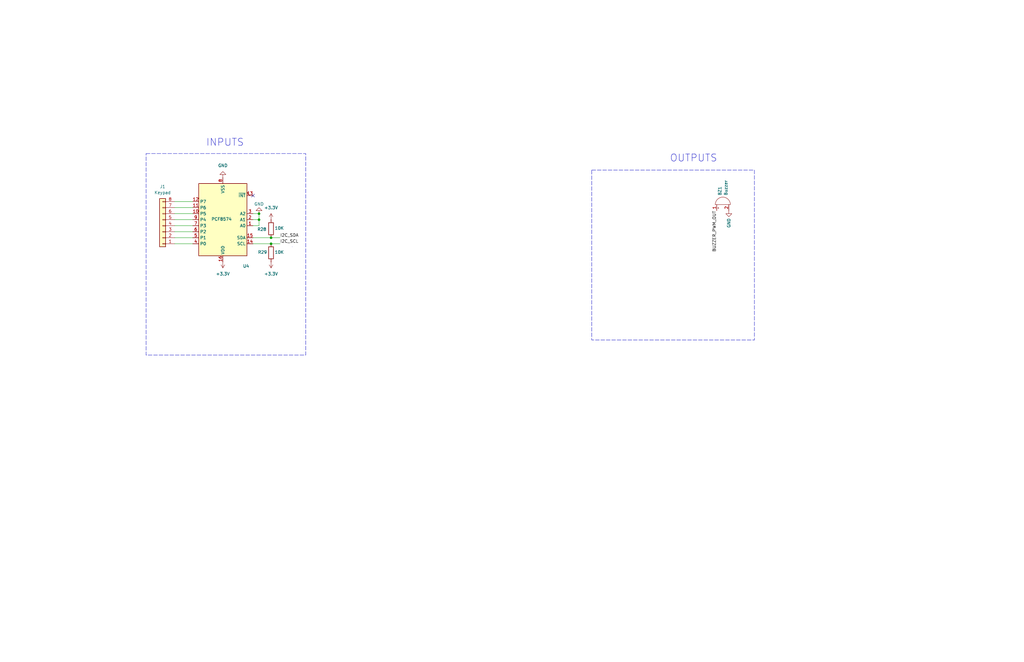
<source format=kicad_sch>
(kicad_sch (version 20231120) (generator "eeschema") (generator_version "8.0")
  (paper "B")
  (lib_symbols
    (symbol "Connector_Generic:Conn_01x08" (pin_names (offset 1.016) hide)
      (property "Reference" "J" (at 0 10.16 0))
      (property "Value" "Conn_01x08" (at 0 -12.7 0))
      (symbol "Conn_01x08_1_1"
        (rectangle (start -1.27 -10.033) (end 0 -10.287) (stroke (width 0.1524)))
        (rectangle (start -1.27 -7.493) (end 0 -7.747) (stroke (width 0.1524)))
        (rectangle (start -1.27 -4.953) (end 0 -5.207) (stroke (width 0.1524)))
        (rectangle (start -1.27 -2.413) (end 0 -2.667) (stroke (width 0.1524)))
        (rectangle (start -1.27 0.127) (end 0 -0.127) (stroke (width 0.1524)))
        (rectangle (start -1.27 2.667) (end 0 2.413) (stroke (width 0.1524)))
        (rectangle (start -1.27 5.207) (end 0 4.953) (stroke (width 0.1524)))
        (rectangle (start -1.27 7.747) (end 0 7.493) (stroke (width 0.1524)))
        (rectangle (start -1.27 8.89) (end 1.27 -11.43) (stroke (width 0.254)) (fill (type background)))
        (pin passive line (at -5.08 7.62 0) (length 3.81) (name "Pin_1") (number "1"))
        (pin passive line (at -5.08 5.08 0) (length 3.81) (name "Pin_2") (number "2"))
        (pin passive line (at -5.08 2.54 0) (length 3.81) (name "Pin_3") (number "3"))
        (pin passive line (at -5.08 0 0) (length 3.81) (name "Pin_4") (number "4"))
        (pin passive line (at -5.08 -2.54 0) (length 3.81) (name "Pin_5") (number "5"))
        (pin passive line (at -5.08 -5.08 0) (length 3.81) (name "Pin_6") (number "6"))
        (pin passive line (at -5.08 -7.62 0) (length 3.81) (name "Pin_7") (number "7"))
        (pin passive line (at -5.08 -10.16 0) (length 3.81) (name "Pin_8") (number "8"))
      )
    )
    (symbol "Device:Buzzer" (pin_names (offset 0.0254) hide)
      (property "Reference" "BZ" (at 3.81 1.27 0))
      (property "Value" "Buzzer" (at 3.81 -1.27 0))
      (symbol "Buzzer_0_1"
        (arc (start 0 -3.175) (mid 3.1612 0) (end 0 3.175))
        (polyline (pts (xy -1.651 1.905) (xy -1.143 1.905)))
        (polyline (pts (xy -1.397 2.159) (xy -1.397 1.651)))
        (polyline (pts (xy 0 3.175) (xy 0 -3.175)))
      )
      (symbol "Buzzer_1_1"
        (pin passive line (at -2.54 2.54 0) (length 2.54) (name "-") (number "1"))
        (pin passive line (at -2.54 -2.54 0) (length 2.54) (name "+") (number "2"))
      )
    )
    (symbol "Device:R" (pin_numbers hide) (pin_names (offset 0))
      (property "Reference" "R" (at 2.032 0 90))
      (property "Value" "R" (at 0 0 90))
      (symbol "R_0_1"
        (rectangle (start -1.016 -2.54) (end 1.016 2.54) (stroke (width 0.254)))
      )
      (symbol "R_1_1"
        (pin passive line (at 0 3.81 270) (length 1.27) (name "~") (number "1"))
        (pin passive line (at 0 -3.81 90) (length 1.27) (name "~") (number "2"))
      )
    )
    (symbol "GND_1" (power) (pin_numbers hide) (pin_names (offset 0) hide)
      (property "Value" "GND" (at 0 -3.81 0))
      (symbol "GND_1_0_1"
        (polyline (pts (xy 0 0) (xy 0 -1.27) (xy 1.27 -1.27) (xy 0 -2.54) (xy -1.27 -1.27) (xy 0 -1.27)))
      )
      (symbol "GND_1_1_1"
        (pin power_in line (at 0 0 270) (length 0) (name "~") (number "1"))
      )
    )
    (symbol "GND_2" (power) (pin_numbers hide) (pin_names (offset 0) hide)
      (property "Value" "GND" (at 0 -3.81 0))
      (symbol "GND_2_0_1"
        (polyline (pts (xy 0 0) (xy 0 -1.27) (xy 1.27 -1.27) (xy 0 -2.54) (xy -1.27 -1.27) (xy 0 -1.27)))
      )
      (symbol "GND_2_1_1"
        (pin power_in line (at 0 0 270) (length 0) (name "~") (number "1"))
      )
    )
    (symbol "Interface_Expansion:PCF8574"
      (property "Reference" "U" (at -8.89 16.51 0))
      (property "Value" "PCF8574" (at 2.54 16.51 0))
      (symbol "PCF8574_0_1"
        (rectangle (start -10.16 15.24) (end 10.16 -15.24) (stroke (width 0.254)) (fill (type background)))
      )
      (symbol "PCF8574_1_1"
        (pin input line (at -12.7 2.54 0) (length 2.54) (name "A0") (number "1"))
        (pin bidirectional line (at 12.7 -2.54 180) (length 2.54) (name "P5") (number "10"))
        (pin bidirectional line (at 12.7 -5.08 180) (length 2.54) (name "P6") (number "11"))
        (pin bidirectional line (at 12.7 -7.62 180) (length 2.54) (name "P7") (number "12"))
        (pin open_collector output_low (at -12.7 -10.16 0) (length 2.54) (name "~{INT}") (number "13"))
        (pin input line (at -12.7 10.16 0) (length 2.54) (name "SCL") (number "14"))
        (pin bidirectional line (at -12.7 7.62 0) (length 2.54) (name "SDA") (number "15"))
        (pin power_in line (at 0 17.78 270) (length 2.54) (name "VDD") (number "16"))
        (pin input line (at -12.7 0 0) (length 2.54) (name "A1") (number "2"))
        (pin input line (at -12.7 -2.54 0) (length 2.54) (name "A2") (number "3"))
        (pin bidirectional line (at 12.7 10.16 180) (length 2.54) (name "P0") (number "4"))
        (pin bidirectional line (at 12.7 7.62 180) (length 2.54) (name "P1") (number "5"))
        (pin bidirectional line (at 12.7 5.08 180) (length 2.54) (name "P2") (number "6"))
        (pin bidirectional line (at 12.7 2.54 180) (length 2.54) (name "P3") (number "7"))
        (pin power_in line (at 0 -17.78 90) (length 2.54) (name "VSS") (number "8"))
        (pin bidirectional line (at 12.7 0 180) (length 2.54) (name "P4") (number "9"))
      )
    )
    (symbol "power:+3.3V" (power) (pin_numbers hide) (pin_names (offset 0) hide)
      (property "Value" "+3.3V" (at 0 3.556 0))
      (symbol "+3.3V_0_1"
        (polyline (pts (xy -0.762 1.27) (xy 0 2.54)))
        (polyline (pts (xy 0 0) (xy 0 2.54)))
        (polyline (pts (xy 0 2.54) (xy 0.762 1.27)))
      )
      (symbol "+3.3V_1_1"
        (pin power_in line (at 0 0 90) (length 0) (name "~") (number "1"))
      )
    )
    (symbol "power:GND" (power) (pin_names (offset 0))
      (property "Value" "GND" (at 0 -3.81 0))
      (symbol "GND_0_1"
        (polyline (pts (xy 0 0) (xy 0 -1.27) (xy 1.27 -1.27) (xy 0 -2.54) (xy -1.27 -1.27) (xy 0 -1.27)))
      )
      (symbol "GND_1_1"
        (pin power_in line (at 0 0 270) (length 0) hide (name "GND") (number "1"))
      )
    )
  )
  (junction (at 114.3 100.33))
  (junction (at 109.22 90.17))
  (junction (at 109.22 92.71))
  (junction (at 114.3 102.87))
  (no_connect (at 106.68 82.55))
  (wire (pts (xy 73.66 100.33) (xy 81.28 100.33)))
  (wire (pts (xy 118.11 102.87) (xy 114.3 102.87)))
  (wire (pts (xy 109.22 92.71) (xy 109.22 90.17)))
  (wire (pts (xy 73.66 85.09) (xy 81.28 85.09)))
  (wire (pts (xy 73.66 90.17) (xy 81.28 90.17)))
  (wire (pts (xy 109.22 92.71) (xy 106.68 92.71)))
  (wire (pts (xy 73.66 95.25) (xy 81.28 95.25)))
  (wire (pts (xy 109.22 95.25) (xy 109.22 92.71)))
  (wire (pts (xy 106.68 102.87) (xy 114.3 102.87)))
  (wire (pts (xy 109.22 90.17) (xy 106.68 90.17)))
  (wire (pts (xy 73.66 92.71) (xy 81.28 92.71)))
  (wire (pts (xy 106.68 100.33) (xy 114.3 100.33)))
  (wire (pts (xy 73.66 87.63) (xy 81.28 87.63)))
  (wire (pts (xy 73.66 97.79) (xy 81.28 97.79)))
  (wire (pts (xy 118.11 100.33) (xy 114.3 100.33)))
  (wire (pts (xy 73.66 102.87) (xy 81.28 102.87)))
  (wire (pts (xy 109.22 95.25) (xy 106.68 95.25)))
  (rectangle (start 123.19 104.14) (end 123.19 104.14))
  (rectangle (start 249.555 71.755) (end 318.135 143.51) (stroke (width 0) (type dash)))
  (rectangle (start 61.595 64.77) (end 128.905 149.86) (stroke (width 0) (type dash)))
  (text "OUTPUTS" (at 282.448 68.58 0) (effects (font (size 3 3)) (justify left bottom)))
  (text "INPUTS" (at 86.868 61.976 0) (effects (font (size 3 3)) (justify left bottom)))
  (label "I2C_SCL" (at 118.11 102.87 0))
  (label "I2C_SDA" (at 118.11 100.33 0))
  (label "BUZZER_PWM_OUT" (at 302.26 88.9 270))
  (symbol (lib_id "power:+3.3V") (at 93.98 110.49 180) (unit 1)
    (property "Reference" "#PWR02" (effects (hide yes)))
    (property "Value" "+3.3V" (at 93.98 115.57 0))
    (property "Description" "Power symbol creates a global label with name \"+3.3V\"" (effects (hide yes)))
  )
  (symbol (lib_name "GND_2") (lib_id "power:GND") (at 93.98 74.93 180) (unit 1)
    (property "Reference" "#PWR01" (effects (hide yes)))
    (property "Value" "GND" (at 93.98 69.85 0))
    (property "Description" "Power symbol creates a global label with name \"GND\" , ground" (effects (hide yes)))
  )
  (symbol (lib_id "Device:R") (at 114.3 106.68 0) (unit 1)
    (property "Reference" "R29" (at 108.712 106.426 0) (effects (justify left)))
    (property "Value" "10K" (at 115.824 106.426 0) (effects (justify left)))
    (property "Description" "Resistor" (effects (hide yes)))
  )
  (symbol (lib_name "GND_1") (lib_id "power:GND") (at 109.22 90.17 180) (unit 1)
    (property "Reference" "#PWR014" (effects (hide yes)))
    (property "Value" "GND" (at 109.22 86.106 0))
    (property "Description" "Power symbol creates a global label with name \"GND\" , ground" (effects (hide yes)))
  )
  (symbol (lib_id "Device:Buzzer") (at 304.8 86.36 90) (unit 1)
    (property "Reference" "BZ1" (at 303.53 82.55 0) (effects (justify left)))
    (property "Value" "Buzzer" (at 306.07 82.55 0) (effects (justify left)))
  )
  (symbol (lib_id "Connector_Generic:Conn_01x08") (at 68.58 95.25 180) (unit 1)
    (property "Reference" "J1" (at 68.58 78.74 0))
    (property "Value" "Keypad" (at 68.58 81.28 0))
    (property "Description" "Generic connector, single row, 01x08, script generated (kicad-library-utils/schlib/autogen/connector/)" (effects (hide yes)))
  )
  (symbol (lib_id "Interface_Expansion:PCF8574") (at 93.98 92.71 180) (unit 1)
    (property "Reference" "U4" (at 105.156 112.268 0) (effects (justify left)))
    (property "Value" "PCF8574" (at 97.79 92.456 0) (effects (justify left)))
    (property "Datasheet" "http://www.nxp.com/docs/en/data-sheet/PCF8574_PCF8574A.pdf" (effects (hide yes)))
    (property "Description" "8 Bit Port/Expander to I2C Bus, DIP/SOIC-16" (effects (hide yes)))
  )
  (symbol (lib_id "power:+3.3V") (at 114.3 92.71 0) (unit 1)
    (property "Reference" "#PWR015" (effects (hide yes)))
    (property "Value" "+3.3V" (at 114.3 87.63 0))
    (property "Description" "Power symbol creates a global label with name \"+3.3V\"" (effects (hide yes)))
  )
  (symbol (lib_id "power:GND") (at 307.34 88.9 0) (unit 1)
    (property "Reference" "#PWR010" (effects (hide yes)))
    (property "Value" "GND" (at 307.34 92.075 90) (effects (justify right)))
  )
  (symbol (lib_id "power:+3.3V") (at 114.3 110.49 180) (unit 1)
    (property "Reference" "#PWR064" (effects (hide yes)))
    (property "Value" "+3.3V" (at 114.3 115.57 0))
    (property "Description" "Power symbol creates a global label with name \"+3.3V\"" (effects (hide yes)))
  )
  (symbol (lib_id "Device:R") (at 114.3 96.52 0) (unit 1)
    (property "Reference" "R28" (at 108.458 96.774 0) (effects (justify left)))
    (property "Value" "10K" (at 115.824 96.266 0) (effects (justify left)))
    (property "Description" "Resistor" (effects (hide yes)))
  )
)
</source>
